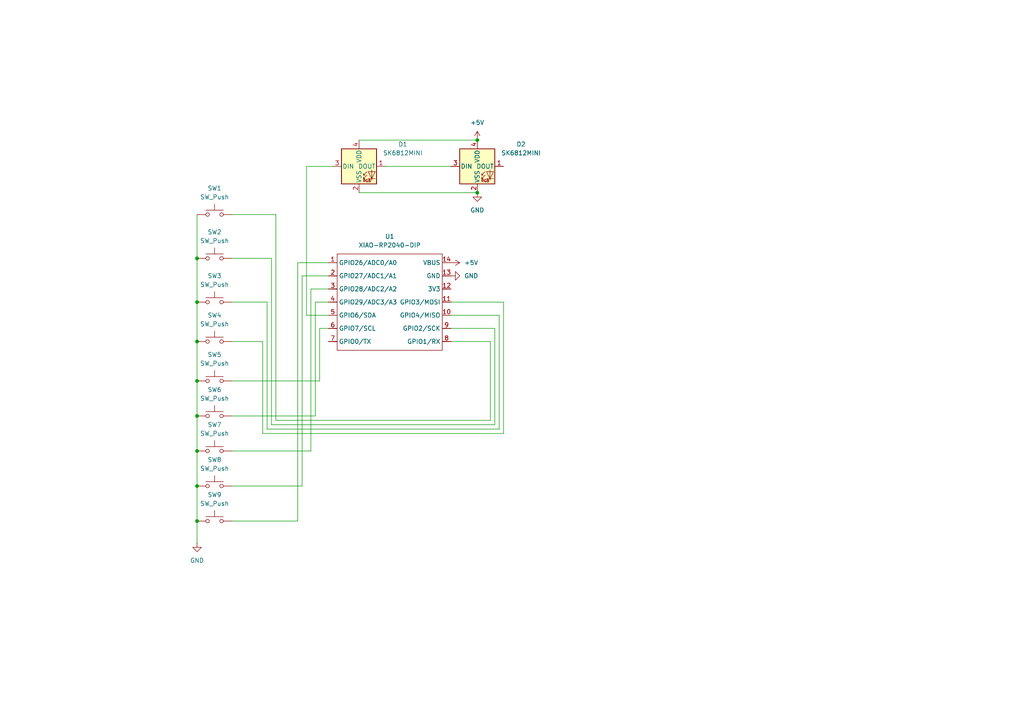
<source format=kicad_sch>
(kicad_sch (version 20250114) (generator "eeschema") (generator_version "9.0")
  (paper "A4")
  (lib_symbols
    (symbol "LED:SK6812MINI" (pin_names (offset 0.254))
      (property "Reference" "D" (at 5.08 5.715 0))
      (property "Value" "SK6812MINI" (at 1.27 -5.715 0))
      (symbol "SK6812MINI_0_0"
        (text "RGB" (at 2.286 -4.191 0) (effects (font (size 0.762 0.762))))
      )
      (symbol "SK6812MINI_0_1"
        (polyline (pts (xy 1.27 -2.54) (xy 1.778 -2.54)))
        (polyline (pts (xy 1.27 -3.556) (xy 1.778 -3.556)))
        (polyline (pts (xy 2.286 -1.524) (xy 1.27 -2.54) (xy 1.27 -2.032)))
        (polyline (pts (xy 2.286 -2.54) (xy 1.27 -3.556) (xy 1.27 -3.048)))
        (polyline (pts (xy 3.683 -1.016) (xy 3.683 -3.556) (xy 3.683 -4.064)))
        (polyline (pts (xy 4.699 -1.524) (xy 2.667 -1.524) (xy 3.683 -3.556) (xy 4.699 -1.524)))
        (polyline (pts (xy 4.699 -3.556) (xy 2.667 -3.556)))
        (rectangle (start 5.08 5.08) (end -5.08 -5.08) (stroke (width 0.254)) (fill (type background)))
      )
      (symbol "SK6812MINI_1_1"
        (pin input line (at -7.62 0 0) (length 2.54) (name "DIN") (number "3"))
        (pin power_in line (at 0 7.62 270) (length 2.54) (name "VDD") (number "4"))
        (pin power_in line (at 0 -7.62 90) (length 2.54) (name "VSS") (number "2"))
        (pin output line (at 7.62 0 180) (length 2.54) (name "DOUT") (number "1"))
      )
    )
    (symbol "OPL:XIAO-RP2040-DIP"
      (property "Reference" "U" (at 0 0 0))
      (property "Value" "XIAO-RP2040-DIP" (at 5.334 -1.778 0))
      (symbol "XIAO-RP2040-DIP_1_0"
        (polyline (pts (xy -1.27 -2.54) (xy 29.21 -2.54)) (stroke (width 0.1524)))
        (polyline (pts (xy -1.27 -5.08) (xy -2.54 -5.08)) (stroke (width 0.1524)))
        (polyline (pts (xy -1.27 -5.08) (xy -1.27 -2.54)) (stroke (width 0.1524)))
        (polyline (pts (xy -1.27 -8.89) (xy -2.54 -8.89)) (stroke (width 0.1524)))
        (polyline (pts (xy -1.27 -8.89) (xy -1.27 -5.08)) (stroke (width 0.1524)))
        (polyline (pts (xy -1.27 -12.7) (xy -2.54 -12.7)) (stroke (width 0.1524)))
        (polyline (pts (xy -1.27 -12.7) (xy -1.27 -8.89)) (stroke (width 0.1524)))
        (polyline (pts (xy -1.27 -16.51) (xy -2.54 -16.51)) (stroke (width 0.1524)))
        (polyline (pts (xy -1.27 -16.51) (xy -1.27 -12.7)) (stroke (width 0.1524)))
        (polyline (pts (xy -1.27 -20.32) (xy -2.54 -20.32)) (stroke (width 0.1524)))
        (polyline (pts (xy -1.27 -24.13) (xy -2.54 -24.13)) (stroke (width 0.1524)))
        (polyline (pts (xy -1.27 -27.94) (xy -2.54 -27.94)) (stroke (width 0.1524)))
        (polyline (pts (xy -1.27 -30.48) (xy -1.27 -16.51)) (stroke (width 0.1524)))
        (polyline (pts (xy 29.21 -2.54) (xy 29.21 -5.08)) (stroke (width 0.1524)))
        (polyline (pts (xy 29.21 -5.08) (xy 29.21 -8.89)) (stroke (width 0.1524)))
        (polyline (pts (xy 29.21 -8.89) (xy 29.21 -12.7)) (stroke (width 0.1524)))
        (polyline (pts (xy 29.21 -12.7) (xy 29.21 -30.48)) (stroke (width 0.1524)))
        (polyline (pts (xy 29.21 -30.48) (xy -1.27 -30.48)) (stroke (width 0.1524)))
        (polyline (pts (xy 30.48 -5.08) (xy 29.21 -5.08)) (stroke (width 0.1524)))
        (polyline (pts (xy 30.48 -8.89) (xy 29.21 -8.89)) (stroke (width 0.1524)))
        (polyline (pts (xy 30.48 -12.7) (xy 29.21 -12.7)) (stroke (width 0.1524)))
        (polyline (pts (xy 30.48 -16.51) (xy 29.21 -16.51)) (stroke (width 0.1524)))
        (polyline (pts (xy 30.48 -20.32) (xy 29.21 -20.32)) (stroke (width 0.1524)))
        (polyline (pts (xy 30.48 -24.13) (xy 29.21 -24.13)) (stroke (width 0.1524)))
        (polyline (pts (xy 30.48 -27.94) (xy 29.21 -27.94)) (stroke (width 0.1524)))
        (pin passive line (at -3.81 -5.08 0) (length 2.54) (name "GPIO26/ADC0/A0") (number "1"))
        (pin passive line (at -3.81 -8.89 0) (length 2.54) (name "GPIO27/ADC1/A1") (number "2"))
        (pin passive line (at -3.81 -12.7 0) (length 2.54) (name "GPIO28/ADC2/A2") (number "3"))
        (pin passive line (at -3.81 -16.51 0) (length 2.54) (name "GPIO29/ADC3/A3") (number "4"))
        (pin passive line (at -3.81 -20.32 0) (length 2.54) (name "GPIO6/SDA") (number "5"))
        (pin passive line (at -3.81 -24.13 0) (length 2.54) (name "GPIO7/SCL") (number "6"))
        (pin passive line (at -3.81 -27.94 0) (length 2.54) (name "GPIO0/TX") (number "7"))
        (pin passive line (at 31.75 -5.08 180) (length 2.54) (name "VBUS") (number "14"))
        (pin passive line (at 31.75 -8.89 180) (length 2.54) (name "GND") (number "13"))
        (pin passive line (at 31.75 -12.7 180) (length 2.54) (name "3V3") (number "12"))
        (pin passive line (at 31.75 -16.51 180) (length 2.54) (name "GPIO3/MOSI") (number "11"))
        (pin passive line (at 31.75 -20.32 180) (length 2.54) (name "GPIO4/MISO") (number "10"))
        (pin passive line (at 31.75 -24.13 180) (length 2.54) (name "GPIO2/SCK") (number "9"))
        (pin passive line (at 31.75 -27.94 180) (length 2.54) (name "GPIO1/RX") (number "8"))
      )
    )
    (symbol "Switch:SW_Push" (pin_numbers (hide yes)) (pin_names (offset 1.016) (hide yes))
      (property "Reference" "SW" (at 1.27 2.54 0))
      (property "Value" "SW_Push" (at 0 -1.524 0))
      (symbol "SW_Push_0_1"
        (circle (center -2.032 0) (radius 0.508))
        (polyline (pts (xy 0 1.27) (xy 0 3.048)))
        (circle (center 2.032 0) (radius 0.508))
        (polyline (pts (xy 2.54 1.27) (xy -2.54 1.27)))
        (pin passive line (at -5.08 0 0) (length 2.54) (name "1") (number "1"))
        (pin passive line (at 5.08 0 180) (length 2.54) (name "2") (number "2"))
      )
    )
    (symbol "power:+5V" (power) (pin_numbers (hide yes)) (pin_names (offset 0) (hide yes))
      (property "Value" "+5V" (at 0 3.556 0))
      (symbol "+5V_0_1"
        (polyline (pts (xy -0.762 1.27) (xy 0 2.54)))
        (polyline (pts (xy 0 2.54) (xy 0.762 1.27)))
        (polyline (pts (xy 0 0) (xy 0 2.54)))
      )
      (symbol "+5V_1_1"
        (pin power_in line (at 0 0 90) (length 0) (name "~") (number "1"))
      )
    )
    (symbol "power:GND" (power) (pin_numbers (hide yes)) (pin_names (offset 0) (hide yes))
      (property "Value" "GND" (at 0 -3.81 0))
      (symbol "GND_0_1"
        (polyline (pts (xy 0 0) (xy 0 -1.27) (xy 1.27 -1.27) (xy 0 -2.54) (xy -1.27 -1.27) (xy 0 -1.27)))
      )
      (symbol "GND_1_1"
        (pin power_in line (at 0 0 270) (length 0) (name "~") (number "1"))
      )
    )
  )
  (junction (at 57.15 99.06))
  (junction (at 138.43 55.88))
  (junction (at 138.43 40.64))
  (junction (at 57.15 140.97))
  (junction (at 57.15 120.65))
  (junction (at 57.15 151.13))
  (junction (at 57.15 74.93))
  (junction (at 57.15 87.63))
  (junction (at 57.15 130.81))
  (junction (at 57.15 110.49))
  (wire (pts (xy 104.14 55.88) (xy 138.43 55.88)))
  (wire (pts (xy 76.2 125.73) (xy 146.05 125.73)))
  (wire (pts (xy 57.15 140.97) (xy 57.15 151.13)))
  (wire (pts (xy 57.15 62.23) (xy 57.15 74.93)))
  (wire (pts (xy 67.31 99.06) (xy 76.2 99.06)))
  (wire (pts (xy 143.51 123.19) (xy 143.51 95.25)))
  (wire (pts (xy 144.78 91.44) (xy 144.78 124.46)))
  (wire (pts (xy 67.31 110.49) (xy 92.71 110.49)))
  (wire (pts (xy 104.14 40.64) (xy 138.43 40.64)))
  (wire (pts (xy 57.15 74.93) (xy 57.15 87.63)))
  (wire (pts (xy 144.78 124.46) (xy 77.47 124.46)))
  (wire (pts (xy 130.81 99.06) (xy 142.24 99.06)))
  (wire (pts (xy 130.81 91.44) (xy 144.78 91.44)))
  (wire (pts (xy 57.15 151.13) (xy 57.15 157.48)))
  (wire (pts (xy 142.24 99.06) (xy 142.24 121.92)))
  (wire (pts (xy 57.15 130.81) (xy 57.15 140.97)))
  (wire (pts (xy 67.31 87.63) (xy 77.47 87.63)))
  (wire (pts (xy 86.36 76.2) (xy 86.36 151.13)))
  (wire (pts (xy 67.31 120.65) (xy 91.44 120.65)))
  (wire (pts (xy 88.9 48.26) (xy 96.52 48.26)))
  (wire (pts (xy 95.25 76.2) (xy 86.36 76.2)))
  (wire (pts (xy 67.31 140.97) (xy 87.63 140.97)))
  (wire (pts (xy 142.24 121.92) (xy 80.01 121.92)))
  (wire (pts (xy 92.71 110.49) (xy 92.71 95.25)))
  (wire (pts (xy 76.2 99.06) (xy 76.2 125.73)))
  (wire (pts (xy 88.9 48.26) (xy 88.9 91.44)))
  (wire (pts (xy 143.51 95.25) (xy 130.81 95.25)))
  (wire (pts (xy 90.17 83.82) (xy 95.25 83.82)))
  (wire (pts (xy 111.76 48.26) (xy 130.81 48.26)))
  (wire (pts (xy 57.15 99.06) (xy 57.15 110.49)))
  (wire (pts (xy 95.25 91.44) (xy 88.9 91.44)))
  (wire (pts (xy 146.05 125.73) (xy 146.05 87.63)))
  (wire (pts (xy 67.31 74.93) (xy 78.74 74.93)))
  (wire (pts (xy 92.71 95.25) (xy 95.25 95.25)))
  (wire (pts (xy 77.47 124.46) (xy 77.47 87.63)))
  (wire (pts (xy 90.17 130.81) (xy 90.17 83.82)))
  (wire (pts (xy 78.74 123.19) (xy 143.51 123.19)))
  (wire (pts (xy 87.63 80.01) (xy 95.25 80.01)))
  (wire (pts (xy 57.15 120.65) (xy 57.15 130.81)))
  (wire (pts (xy 91.44 120.65) (xy 91.44 87.63)))
  (wire (pts (xy 91.44 87.63) (xy 95.25 87.63)))
  (wire (pts (xy 80.01 121.92) (xy 80.01 62.23)))
  (wire (pts (xy 86.36 151.13) (xy 67.31 151.13)))
  (wire (pts (xy 146.05 87.63) (xy 130.81 87.63)))
  (wire (pts (xy 57.15 87.63) (xy 57.15 99.06)))
  (wire (pts (xy 67.31 62.23) (xy 80.01 62.23)))
  (wire (pts (xy 57.15 110.49) (xy 57.15 120.65)))
  (wire (pts (xy 67.31 130.81) (xy 90.17 130.81)))
  (wire (pts (xy 78.74 74.93) (xy 78.74 123.19)))
  (wire (pts (xy 87.63 140.97) (xy 87.63 80.01)))
  (symbol (lib_id "Switch:SW_Push") (at 62.23 151.13 0) (unit 1)
    (property "Reference" "SW9" (at 62.23 143.51 0))
    (property "Value" "SW_Push" (at 62.23 146.05 0))
    (property "Footprint" "Button_Switch_Keyboard:SW_Cherry_MX_1.00u_Plate" (effects (hide yes)))
    (property "Description" "Push button switch, generic, two pins" (effects (hide yes)))
  )
  (symbol (lib_id "Switch:SW_Push") (at 62.23 110.49 0) (unit 1)
    (property "Reference" "SW5" (at 62.23 102.87 0))
    (property "Value" "SW_Push" (at 62.23 105.41 0))
    (property "Footprint" "Button_Switch_Keyboard:SW_Cherry_MX_1.00u_Plate" (effects (hide yes)))
    (property "Description" "Push button switch, generic, two pins" (effects (hide yes)))
  )
  (symbol (lib_id "Switch:SW_Push") (at 62.23 140.97 0) (unit 1)
    (property "Reference" "SW8" (at 62.23 133.35 0))
    (property "Value" "SW_Push" (at 62.23 135.89 0))
    (property "Footprint" "Button_Switch_Keyboard:SW_Cherry_MX_1.00u_Plate" (effects (hide yes)))
    (property "Description" "Push button switch, generic, two pins" (effects (hide yes)))
  )
  (symbol (lib_id "Switch:SW_Push") (at 62.23 130.81 0) (unit 1)
    (property "Reference" "SW7" (at 62.23 123.19 0))
    (property "Value" "SW_Push" (at 62.23 125.73 0))
    (property "Footprint" "Button_Switch_Keyboard:SW_Cherry_MX_1.00u_Plate" (effects (hide yes)))
    (property "Description" "Push button switch, generic, two pins" (effects (hide yes)))
  )
  (symbol (lib_id "OPL:XIAO-RP2040-DIP") (at 99.06 71.12 0) (unit 1)
    (property "Reference" "U1" (at 113.03 68.58 0))
    (property "Value" "XIAO-RP2040-DIP" (at 113.03 71.12 0))
    (property "Footprint" "OPL:XIAO-RP2040-DIP" (effects (hide yes)))
  )
  (symbol (lib_id "power:+5V") (at 138.43 40.64 0) (unit 1)
    (property "Reference" "#PWR02" (effects (hide yes)))
    (property "Value" "+5V" (at 138.43 35.56 0))
    (property "Description" "Power symbol creates a global label with name \"+5V\"" (effects (hide yes)))
  )
  (symbol (lib_id "Switch:SW_Push") (at 62.23 120.65 0) (unit 1)
    (property "Reference" "SW6" (at 62.23 113.03 0))
    (property "Value" "SW_Push" (at 62.23 115.57 0))
    (property "Footprint" "Button_Switch_Keyboard:SW_Cherry_MX_1.00u_Plate" (effects (hide yes)))
    (property "Description" "Push button switch, generic, two pins" (effects (hide yes)))
  )
  (symbol (lib_id "Switch:SW_Push") (at 62.23 74.93 0) (unit 1)
    (property "Reference" "SW2" (at 62.23 67.31 0))
    (property "Value" "SW_Push" (at 62.23 69.85 0))
    (property "Footprint" "Button_Switch_Keyboard:SW_Cherry_MX_1.00u_Plate" (effects (hide yes)))
    (property "Description" "Push button switch, generic, two pins" (effects (hide yes)))
  )
  (symbol (lib_id "LED:SK6812MINI") (at 104.14 48.26 0) (unit 1)
    (property "Reference" "D1" (at 116.84 41.8398 0))
    (property "Value" "SK6812MINI" (at 116.84 44.3798 0))
    (property "Footprint" "LED_SMD:LED_SK6812MINI_PLCC4_3.5x3.5mm_P1.75mm" (effects (hide yes)))
    (property "Datasheet" "https://cdn-shop.adafruit.com/product-files/2686/SK6812MINI_REV.01-1-2.pdf" (effects (hide yes)))
    (property "Description" "RGB LED with integrated controller" (effects (hide yes)))
  )
  (symbol (lib_id "power:GND") (at 57.15 157.48 0) (unit 1)
    (property "Reference" "#PWR05" (effects (hide yes)))
    (property "Value" "GND" (at 57.15 162.56 0))
    (property "Description" "Power symbol creates a global label with name \"GND\" , ground" (effects (hide yes)))
  )
  (symbol (lib_id "Switch:SW_Push") (at 62.23 87.63 0) (unit 1)
    (property "Reference" "SW3" (at 62.23 80.01 0))
    (property "Value" "SW_Push" (at 62.23 82.55 0))
    (property "Footprint" "Button_Switch_Keyboard:SW_Cherry_MX_1.00u_Plate" (effects (hide yes)))
    (property "Description" "Push button switch, generic, two pins" (effects (hide yes)))
  )
  (symbol (lib_id "power:GND") (at 130.81 80.01 90) (unit 1)
    (property "Reference" "#PWR04" (effects (hide yes)))
    (property "Value" "GND" (at 134.62 80.0099 90) (effects (justify right)))
    (property "Description" "Power symbol creates a global label with name \"GND\" , ground" (effects (hide yes)))
  )
  (symbol (lib_id "Switch:SW_Push") (at 62.23 62.23 0) (unit 1)
    (property "Reference" "SW1" (at 62.23 54.61 0))
    (property "Value" "SW_Push" (at 62.23 57.15 0))
    (property "Footprint" "Button_Switch_Keyboard:SW_Cherry_MX_1.00u_PCB" (effects (hide yes)))
    (property "Description" "Push button switch, generic, two pins" (effects (hide yes)))
  )
  (symbol (lib_id "power:GND") (at 138.43 55.88 0) (unit 1)
    (property "Reference" "#PWR01" (effects (hide yes)))
    (property "Value" "GND" (at 138.43 60.96 0))
    (property "Description" "Power symbol creates a global label with name \"GND\" , ground" (effects (hide yes)))
  )
  (symbol (lib_id "power:+5V") (at 130.81 76.2 270) (unit 1)
    (property "Reference" "#PWR03" (effects (hide yes)))
    (property "Value" "+5V" (at 134.62 76.1999 90) (effects (justify left)))
    (property "Description" "Power symbol creates a global label with name \"+5V\"" (effects (hide yes)))
  )
  (symbol (lib_id "Switch:SW_Push") (at 62.23 99.06 0) (unit 1)
    (property "Reference" "SW4" (at 62.23 91.44 0))
    (property "Value" "SW_Push" (at 62.23 93.98 0))
    (property "Footprint" "Button_Switch_Keyboard:SW_Cherry_MX_1.00u_Plate" (effects (hide yes)))
    (property "Description" "Push button switch, generic, two pins" (effects (hide yes)))
  )
  (symbol (lib_id "LED:SK6812MINI") (at 138.43 48.26 0) (unit 1)
    (property "Reference" "D2" (at 151.13 41.8398 0))
    (property "Value" "SK6812MINI" (at 151.13 44.3798 0))
    (property "Footprint" "LED_SMD:LED_SK6812MINI_PLCC4_3.5x3.5mm_P1.75mm" (effects (hide yes)))
    (property "Datasheet" "https://cdn-shop.adafruit.com/product-files/2686/SK6812MINI_REV.01-1-2.pdf" (effects (hide yes)))
    (property "Description" "RGB LED with integrated controller" (effects (hide yes)))
  )
)
</source>
